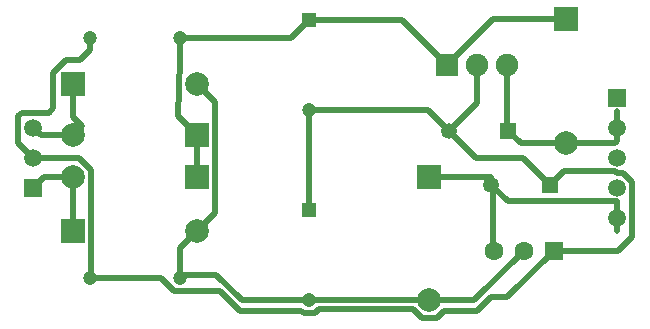
<source format=gbr>
%TF.GenerationSoftware,Altium Limited,Altium Designer,23.11.1 (41)*%
G04 Layer_Physical_Order=2*
G04 Layer_Color=16711680*
%FSLAX45Y45*%
%MOMM*%
%TF.SameCoordinates,230AA2AB-B060-4BCE-AA15-615059F28419*%
%TF.FilePolarity,Positive*%
%TF.FileFunction,Copper,L2,Bot,Signal*%
%TF.Part,Single*%
G01*
G75*
%TA.AperFunction,ComponentPad*%
%ADD10C,2.00000*%
%ADD11R,2.00000X2.00000*%
%ADD12R,1.35000X1.35000*%
%ADD13C,1.35000*%
%ADD14C,1.50000*%
%ADD15R,1.50000X1.50000*%
%ADD16R,1.60000X1.60000*%
%ADD17C,1.60000*%
%ADD18C,1.90000*%
%ADD19R,1.90000X1.90000*%
%ADD20R,2.00000X2.00000*%
%ADD21C,1.20000*%
%ADD22R,1.20000X1.20000*%
%TA.AperFunction,Conductor*%
%ADD23C,0.50000*%
D10*
X3683000Y-2821701D02*
D03*
X4838700Y-1488201D02*
D03*
X670804Y-1778000D02*
D03*
X1716801Y-2235200D02*
D03*
X670799Y-1422400D02*
D03*
X1716801Y-990600D02*
D03*
D11*
X3683000Y-1775699D02*
D03*
X4838700Y-442199D02*
D03*
D12*
X4707702Y-1841500D02*
D03*
X4352102Y-1384300D02*
D03*
D13*
X4207698Y-1841500D02*
D03*
X3852098Y-1384300D02*
D03*
D14*
X5270500Y-2120900D02*
D03*
Y-1866900D02*
D03*
Y-1612900D02*
D03*
Y-1358900D02*
D03*
X330200D02*
D03*
Y-1612900D02*
D03*
D15*
X5270500Y-1104900D02*
D03*
X330200Y-1866900D02*
D03*
D16*
X4737100Y-2400300D02*
D03*
D17*
X4483100D02*
D03*
X4229100D02*
D03*
D18*
X4343400Y-825500D02*
D03*
X4089400D02*
D03*
D19*
X3835400D02*
D03*
D20*
X1716801Y-1778000D02*
D03*
X670799Y-2235200D02*
D03*
X1716801Y-1422400D02*
D03*
X670799Y-990600D02*
D03*
D21*
X812800Y-2628900D02*
D03*
X1574800D02*
D03*
Y-596900D02*
D03*
X812800D02*
D03*
X2667000Y-2819400D02*
D03*
Y-1206500D02*
D03*
D22*
Y-2057400D02*
D03*
Y-444500D02*
D03*
D23*
X5397500Y-2286000D02*
Y-1866900D01*
X5395900Y-1865300D02*
X5397500Y-1866900D01*
X5322442Y-1741500D02*
X5395900Y-1814958D01*
X4822002Y-1727200D02*
X5257800D01*
X5272100Y-1741500D02*
X5322442D01*
X5257800Y-1727200D02*
X5272100Y-1741500D01*
X5395900Y-1865300D02*
Y-1814958D01*
X2746929Y-2895600D02*
X3543300D01*
X2621271Y-2929800D02*
X2712729D01*
X2746929Y-2895600D01*
X2599771Y-2908300D02*
X2621271Y-2929800D01*
X3619801Y-2972101D02*
X3745298D01*
X3809099Y-2908300D01*
X3543300Y-2895600D02*
X3619801Y-2972101D01*
X822960Y-2628900D02*
Y-1714500D01*
X4089400Y-2908300D02*
X4203700Y-2794000D01*
X2077769Y-2908300D02*
X2599771D01*
X3809099D02*
X4089400D01*
X1912669Y-2743200D02*
X2077769Y-2908300D01*
X1524000Y-2743200D02*
X1912669D01*
X1409700Y-2628900D02*
X1524000Y-2743200D01*
X822960Y-2628900D02*
X1409700D01*
X204800Y-1487500D02*
Y-1261190D01*
X234089Y-1231900D02*
X460400D01*
X204800Y-1261190D02*
X234089Y-1231900D01*
X460400D02*
X495952Y-1196348D01*
Y-894170D01*
X204800Y-1487500D02*
X330200Y-1612900D01*
X495952Y-894170D02*
X606010Y-784112D01*
X727188D01*
X812800Y-698500D01*
Y-596900D01*
X1574800Y-2377201D02*
X1716801Y-2235200D01*
X1574800Y-2628900D02*
Y-2377201D01*
Y-2628900D02*
X1600200Y-2603500D01*
X1716801Y-2235200D02*
X1869440Y-2082561D01*
X4343888Y-1375110D02*
X4352590Y-1383812D01*
X4343888Y-1375110D02*
Y-825988D01*
X4352102Y-1384300D02*
X4456003Y-1488201D01*
X5255499D01*
X5270500Y-1473200D01*
X812800Y-2628900D02*
X822960D01*
X4080698Y-1612900D02*
X4479102D01*
X4707702Y-1841500D02*
X4822002Y-1727200D01*
X4479102Y-1612900D02*
X4707702Y-1841500D01*
X4226140Y-1859942D02*
X4347398Y-1981200D01*
X4226140Y-2397340D02*
X4229100Y-2400300D01*
X4223962Y-1880765D02*
X4226140Y-1882943D01*
X4223962Y-1862120D02*
X4226140Y-1859942D01*
X4207698Y-1841500D02*
X4226140Y-1859942D01*
Y-2397340D02*
Y-1882943D01*
X4223962Y-1880765D02*
Y-1862120D01*
X4203700Y-2794000D02*
X4343400D01*
X4064000Y-2819400D02*
X4483100Y-2400300D01*
X3680699Y-2819400D02*
X4064000D01*
X4343400Y-2794000D02*
X4737100Y-2400300D01*
X2095500Y-2819400D02*
X2667000D01*
X1600200Y-2603500D02*
X1879600D01*
X2095500Y-2819400D01*
X2667000D02*
X3680699D01*
X3683239Y-1775460D02*
X4207698D01*
X670799Y-1271605D02*
X746196Y-1347003D01*
X4207698Y-1841500D02*
Y-1775460D01*
X3683000Y-1775699D02*
X3683239Y-1775460D01*
X3680699Y-2819400D02*
X3683000Y-2821701D01*
X721360Y-1612900D02*
X822960Y-1714500D01*
X330200Y-1612900D02*
X721360D01*
X4737100Y-2400300D02*
X5283200D01*
X5397500Y-2286000D01*
X3852098Y-1384300D02*
X4080698Y-1612900D01*
X3674298Y-1206500D02*
X3852098Y-1384300D01*
X2667000Y-1206500D02*
X3674298D01*
X3852098Y-1384300D02*
X4089400Y-1146998D01*
Y-825500D01*
X2667000Y-2057400D02*
Y-1206500D01*
X1716801Y-1778000D02*
Y-1422400D01*
X1554480Y-1260079D02*
X1716801Y-1422400D01*
X1554480Y-1260079D02*
X1574800Y-784860D01*
Y-596900D01*
X2514600D01*
X2667000Y-444500D01*
X3454400D01*
X3835400Y-825500D01*
X4218701Y-442199D01*
X4838700D01*
X1869440Y-2082561D02*
Y-1143239D01*
X1716801Y-990600D02*
X1869440Y-1143239D01*
X4347398Y-1981200D02*
X5270500D01*
Y-2235200D02*
Y-1981200D01*
X330200Y-1358900D02*
X393700Y-1422400D01*
X670799D01*
X746196Y-1347003D01*
X670799Y-1271605D02*
Y-990600D01*
X330200Y-1866900D02*
X419100Y-1778000D01*
X670804D01*
X670799Y-2009140D02*
X670804Y-1778000D01*
X670799Y-2235200D02*
Y-2009140D01*
X5270500Y-1473200D02*
Y-1219200D01*
%TF.MD5,008829b14c2ee1c1b293990f94f5a993*%
M02*

</source>
